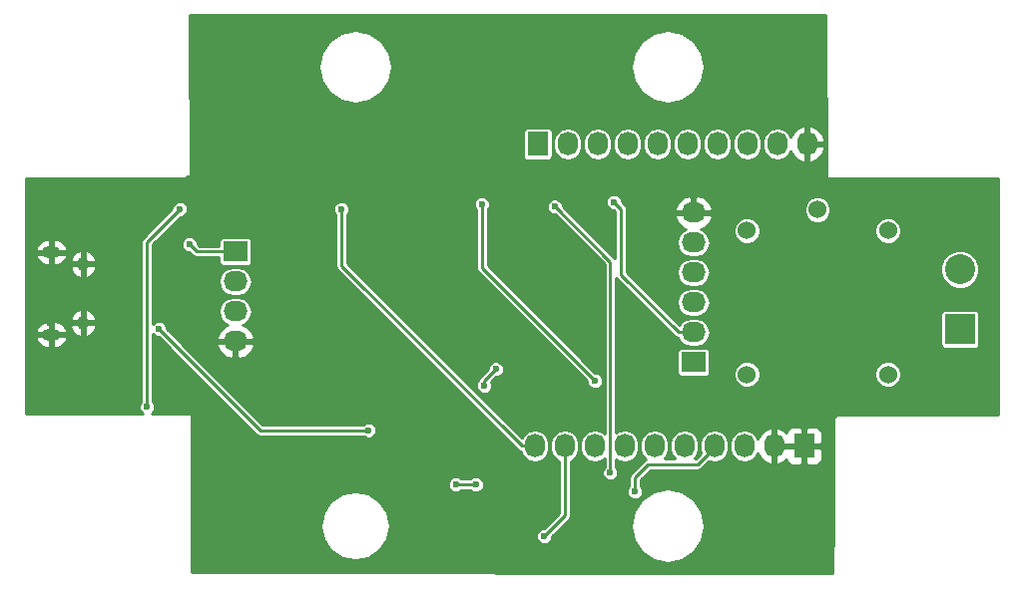
<source format=gbr>
G04 #@! TF.FileFunction,Copper,L2,Bot,Signal*
%FSLAX46Y46*%
G04 Gerber Fmt 4.6, Leading zero omitted, Abs format (unit mm)*
G04 Created by KiCad (PCBNEW 4.0.2-4+6225~38~ubuntu15.10.1-stable) date Sat 09 Apr 2016 11:14:47 AM CDT*
%MOMM*%
G01*
G04 APERTURE LIST*
%ADD10C,0.100000*%
%ADD11R,1.727200X2.032000*%
%ADD12O,1.727200X2.032000*%
%ADD13R,2.032000X1.727200*%
%ADD14O,2.032000X1.727200*%
%ADD15O,0.950000X1.250000*%
%ADD16O,1.550000X1.000000*%
%ADD17R,2.540000X2.540000*%
%ADD18C,2.540000*%
%ADD19C,1.524000*%
%ADD20C,0.600000*%
%ADD21C,0.250000*%
G04 APERTURE END LIST*
D10*
D11*
X174200000Y-81814000D03*
D12*
X171660000Y-81814000D03*
X169120000Y-81814000D03*
X166580000Y-81814000D03*
X164040000Y-81814000D03*
X161500000Y-81814000D03*
X158960000Y-81814000D03*
X156420000Y-81814000D03*
X153880000Y-81814000D03*
X151340000Y-81814000D03*
D13*
X164802000Y-74702000D03*
D14*
X164802000Y-72162000D03*
X164802000Y-69622000D03*
X164802000Y-67082000D03*
X164802000Y-64542000D03*
X164802000Y-62002000D03*
D11*
X151594000Y-56160000D03*
D12*
X154134000Y-56160000D03*
X156674000Y-56160000D03*
X159214000Y-56160000D03*
X161754000Y-56160000D03*
X164294000Y-56160000D03*
X166834000Y-56160000D03*
X169374000Y-56160000D03*
X171914000Y-56160000D03*
X174454000Y-56160000D03*
D15*
X113024540Y-66359100D03*
X113024540Y-71359100D03*
D16*
X110324540Y-65359100D03*
X110324540Y-72359100D03*
D17*
X187408000Y-71908000D03*
D18*
X187408000Y-66828000D03*
D19*
X181312000Y-63526000D03*
X181312000Y-75726000D03*
X169312000Y-75726000D03*
X169312000Y-63526000D03*
X175312000Y-61726000D03*
D13*
X125940000Y-65304000D03*
D14*
X125940000Y-67844000D03*
X125940000Y-70384000D03*
X125940000Y-72924000D03*
D20*
X123740000Y-87580000D03*
X159240000Y-50480000D03*
X171040000Y-51280000D03*
X149040000Y-61280000D03*
X147840000Y-59880000D03*
X155640000Y-61480000D03*
X162140000Y-77980000D03*
X161040000Y-76680000D03*
X170440000Y-89980000D03*
X137840000Y-83980000D03*
X140840000Y-90080000D03*
X115040000Y-78480000D03*
X117440000Y-64880000D03*
X120110000Y-61820000D03*
X114510000Y-71400000D03*
X110192000Y-71400000D03*
X125940000Y-59462000D03*
X112224000Y-60986000D03*
X119082000Y-70638000D03*
X120098000Y-73432000D03*
X153040000Y-61480000D03*
X157740000Y-84080000D03*
X122040000Y-64680000D03*
X148040000Y-75280000D03*
X147040000Y-76680000D03*
X159840000Y-85680000D03*
X156440000Y-76280000D03*
X146840000Y-61280000D03*
X118440000Y-78480000D03*
X121240000Y-61680000D03*
X134940000Y-61680000D03*
X158040000Y-61080000D03*
X152140000Y-89480000D03*
X146340000Y-85080000D03*
X144640000Y-85080000D03*
X137240000Y-80480000D03*
X119440000Y-71880000D03*
D21*
X157740000Y-84080000D02*
X157740000Y-66180000D01*
X157740000Y-66180000D02*
X153040000Y-61480000D01*
X164802000Y-67082000D02*
X164954400Y-67082000D01*
X169374000Y-56312400D02*
X169374000Y-56160000D01*
X122040000Y-64680000D02*
X122664000Y-65304000D01*
X122664000Y-65304000D02*
X125940000Y-65304000D01*
X147040000Y-76280000D02*
X147040000Y-76680000D01*
X148040000Y-75280000D02*
X147040000Y-76280000D01*
X160940000Y-83380000D02*
X165166400Y-83380000D01*
X165166400Y-83380000D02*
X166580000Y-81966400D01*
X166580000Y-81966400D02*
X166580000Y-81814000D01*
X159840000Y-84480000D02*
X160940000Y-83380000D01*
X159840000Y-85680000D02*
X159840000Y-84480000D01*
X146840000Y-61280000D02*
X146840000Y-66680000D01*
X146840000Y-66680000D02*
X156440000Y-76280000D01*
X118440000Y-64480000D02*
X118440000Y-78480000D01*
X121240000Y-61680000D02*
X118440000Y-64480000D01*
X134940000Y-61680000D02*
X134940000Y-66527600D01*
X134940000Y-66527600D02*
X150226400Y-81814000D01*
X150226400Y-81814000D02*
X151340000Y-81814000D01*
X158640000Y-67266000D02*
X158640000Y-61680000D01*
X158640000Y-61680000D02*
X158040000Y-61080000D01*
X164802000Y-72162000D02*
X163536000Y-72162000D01*
X163536000Y-72162000D02*
X158640000Y-67266000D01*
X164802000Y-72162000D02*
X164649600Y-72162000D01*
X152140000Y-89480000D02*
X153880000Y-87740000D01*
X153880000Y-87740000D02*
X153880000Y-81814000D01*
X144640000Y-85080000D02*
X146340000Y-85080000D01*
X119440000Y-71880000D02*
X128040000Y-80480000D01*
X128040000Y-80480000D02*
X137240000Y-80480000D01*
G36*
X176115003Y-58980899D02*
X176125201Y-59029459D01*
X176153488Y-59070226D01*
X176195407Y-59096775D01*
X176240595Y-59104999D01*
X187790384Y-59050000D01*
X190650000Y-59050000D01*
X190650000Y-79150000D01*
X177100000Y-79150000D01*
X176927792Y-79184254D01*
X176814049Y-79260255D01*
X176791368Y-79264848D01*
X176750399Y-79292841D01*
X176723549Y-79334568D01*
X176715003Y-79379067D01*
X176714983Y-79381804D01*
X176684254Y-79427792D01*
X176650000Y-79600000D01*
X176650000Y-88089506D01*
X176615967Y-92650000D01*
X174010397Y-92650000D01*
X122265000Y-92555229D01*
X122265000Y-88600000D01*
X133150000Y-88600000D01*
X133374555Y-89728916D01*
X134014035Y-90685965D01*
X134971084Y-91325445D01*
X136100000Y-91550000D01*
X137228916Y-91325445D01*
X138185965Y-90685965D01*
X138825445Y-89728916D01*
X138848367Y-89613677D01*
X151464883Y-89613677D01*
X151567429Y-89861857D01*
X151757144Y-90051903D01*
X152005145Y-90154883D01*
X152273677Y-90155117D01*
X152521857Y-90052571D01*
X152711903Y-89862856D01*
X152814883Y-89614855D01*
X152814973Y-89512134D01*
X153727107Y-88600000D01*
X159457418Y-88600000D01*
X159696633Y-89802614D01*
X160377859Y-90822141D01*
X161397386Y-91503367D01*
X162600000Y-91742582D01*
X163802614Y-91503367D01*
X164822141Y-90822141D01*
X165503367Y-89802614D01*
X165742582Y-88600000D01*
X165503367Y-87397386D01*
X164822141Y-86377859D01*
X163802614Y-85696633D01*
X162600000Y-85457418D01*
X161397386Y-85696633D01*
X160377859Y-86377859D01*
X159696633Y-87397386D01*
X159457418Y-88600000D01*
X153727107Y-88600000D01*
X154233554Y-88093553D01*
X154298526Y-87996314D01*
X154341940Y-87931342D01*
X154380000Y-87740000D01*
X154380000Y-85813677D01*
X159164883Y-85813677D01*
X159267429Y-86061857D01*
X159457144Y-86251903D01*
X159705145Y-86354883D01*
X159973677Y-86355117D01*
X160221857Y-86252571D01*
X160411903Y-86062856D01*
X160514883Y-85814855D01*
X160515117Y-85546323D01*
X160412571Y-85298143D01*
X160340000Y-85225445D01*
X160340000Y-84687106D01*
X161147106Y-83880000D01*
X165166400Y-83880000D01*
X165357742Y-83841940D01*
X165519953Y-83733553D01*
X166113957Y-83139549D01*
X166580000Y-83232251D01*
X167053992Y-83137968D01*
X167455822Y-82869473D01*
X167724317Y-82467643D01*
X167818600Y-81993651D01*
X167818600Y-81634349D01*
X167881400Y-81634349D01*
X167881400Y-81993651D01*
X167975683Y-82467643D01*
X168244178Y-82869473D01*
X168646008Y-83137968D01*
X169120000Y-83232251D01*
X169593992Y-83137968D01*
X169995822Y-82869473D01*
X170264317Y-82467643D01*
X170269650Y-82440834D01*
X170370854Y-82728945D01*
X170760798Y-83164235D01*
X171287637Y-83417165D01*
X171299340Y-83418893D01*
X171531000Y-83298519D01*
X171531000Y-81943000D01*
X171789000Y-81943000D01*
X171789000Y-83298519D01*
X172020660Y-83418893D01*
X172032363Y-83417165D01*
X172559202Y-83164235D01*
X172716814Y-82988295D01*
X172799768Y-83188565D01*
X172977834Y-83366631D01*
X173210488Y-83463000D01*
X173912750Y-83463000D01*
X174071000Y-83304750D01*
X174071000Y-81943000D01*
X174329000Y-81943000D01*
X174329000Y-83304750D01*
X174487250Y-83463000D01*
X175189512Y-83463000D01*
X175422166Y-83366631D01*
X175600232Y-83188565D01*
X175696600Y-82955911D01*
X175696600Y-82101250D01*
X175538350Y-81943000D01*
X174329000Y-81943000D01*
X174071000Y-81943000D01*
X171789000Y-81943000D01*
X171531000Y-81943000D01*
X171511000Y-81943000D01*
X171511000Y-81685000D01*
X171531000Y-81685000D01*
X171531000Y-80329481D01*
X171789000Y-80329481D01*
X171789000Y-81685000D01*
X174071000Y-81685000D01*
X174071000Y-80323250D01*
X174329000Y-80323250D01*
X174329000Y-81685000D01*
X175538350Y-81685000D01*
X175696600Y-81526750D01*
X175696600Y-80672089D01*
X175600232Y-80439435D01*
X175422166Y-80261369D01*
X175189512Y-80165000D01*
X174487250Y-80165000D01*
X174329000Y-80323250D01*
X174071000Y-80323250D01*
X173912750Y-80165000D01*
X173210488Y-80165000D01*
X172977834Y-80261369D01*
X172799768Y-80439435D01*
X172716814Y-80639705D01*
X172559202Y-80463765D01*
X172032363Y-80210835D01*
X172020660Y-80209107D01*
X171789000Y-80329481D01*
X171531000Y-80329481D01*
X171299340Y-80209107D01*
X171287637Y-80210835D01*
X170760798Y-80463765D01*
X170370854Y-80899055D01*
X170269650Y-81187166D01*
X170264317Y-81160357D01*
X169995822Y-80758527D01*
X169593992Y-80490032D01*
X169120000Y-80395749D01*
X168646008Y-80490032D01*
X168244178Y-80758527D01*
X167975683Y-81160357D01*
X167881400Y-81634349D01*
X167818600Y-81634349D01*
X167724317Y-81160357D01*
X167455822Y-80758527D01*
X167053992Y-80490032D01*
X166580000Y-80395749D01*
X166106008Y-80490032D01*
X165704178Y-80758527D01*
X165435683Y-81160357D01*
X165341400Y-81634349D01*
X165341400Y-81993651D01*
X165425059Y-82414234D01*
X164959294Y-82880000D01*
X164900067Y-82880000D01*
X164915822Y-82869473D01*
X165184317Y-82467643D01*
X165278600Y-81993651D01*
X165278600Y-81634349D01*
X165184317Y-81160357D01*
X164915822Y-80758527D01*
X164513992Y-80490032D01*
X164040000Y-80395749D01*
X163566008Y-80490032D01*
X163164178Y-80758527D01*
X162895683Y-81160357D01*
X162801400Y-81634349D01*
X162801400Y-81993651D01*
X162895683Y-82467643D01*
X163164178Y-82869473D01*
X163179933Y-82880000D01*
X162360067Y-82880000D01*
X162375822Y-82869473D01*
X162644317Y-82467643D01*
X162738600Y-81993651D01*
X162738600Y-81634349D01*
X162644317Y-81160357D01*
X162375822Y-80758527D01*
X161973992Y-80490032D01*
X161500000Y-80395749D01*
X161026008Y-80490032D01*
X160624178Y-80758527D01*
X160355683Y-81160357D01*
X160261400Y-81634349D01*
X160261400Y-81993651D01*
X160355683Y-82467643D01*
X160624178Y-82869473D01*
X160722776Y-82935354D01*
X160586447Y-83026447D01*
X159486447Y-84126447D01*
X159378060Y-84288658D01*
X159340000Y-84480000D01*
X159340000Y-85225366D01*
X159268097Y-85297144D01*
X159165117Y-85545145D01*
X159164883Y-85813677D01*
X154380000Y-85813677D01*
X154380000Y-83120590D01*
X154755822Y-82869473D01*
X155024317Y-82467643D01*
X155118600Y-81993651D01*
X155118600Y-81634349D01*
X155024317Y-81160357D01*
X154755822Y-80758527D01*
X154353992Y-80490032D01*
X153880000Y-80395749D01*
X153406008Y-80490032D01*
X153004178Y-80758527D01*
X152735683Y-81160357D01*
X152641400Y-81634349D01*
X152641400Y-81993651D01*
X152735683Y-82467643D01*
X153004178Y-82869473D01*
X153380000Y-83120590D01*
X153380000Y-87532893D01*
X152107922Y-88804972D01*
X152006323Y-88804883D01*
X151758143Y-88907429D01*
X151568097Y-89097144D01*
X151465117Y-89345145D01*
X151464883Y-89613677D01*
X138848367Y-89613677D01*
X139050000Y-88600000D01*
X138825445Y-87471084D01*
X138185965Y-86514035D01*
X137228916Y-85874555D01*
X136100000Y-85650000D01*
X134971084Y-85874555D01*
X134014035Y-86514035D01*
X133374555Y-87471084D01*
X133150000Y-88600000D01*
X122265000Y-88600000D01*
X122265000Y-85213677D01*
X143964883Y-85213677D01*
X144067429Y-85461857D01*
X144257144Y-85651903D01*
X144505145Y-85754883D01*
X144773677Y-85755117D01*
X145021857Y-85652571D01*
X145094555Y-85580000D01*
X145885366Y-85580000D01*
X145957144Y-85651903D01*
X146205145Y-85754883D01*
X146473677Y-85755117D01*
X146721857Y-85652571D01*
X146911903Y-85462856D01*
X147014883Y-85214855D01*
X147015117Y-84946323D01*
X146912571Y-84698143D01*
X146722856Y-84508097D01*
X146474855Y-84405117D01*
X146206323Y-84404883D01*
X145958143Y-84507429D01*
X145885445Y-84580000D01*
X145094634Y-84580000D01*
X145022856Y-84508097D01*
X144774855Y-84405117D01*
X144506323Y-84404883D01*
X144258143Y-84507429D01*
X144068097Y-84697144D01*
X143965117Y-84945145D01*
X143964883Y-85213677D01*
X122265000Y-85213677D01*
X122265000Y-79180000D01*
X122255152Y-79131368D01*
X122227159Y-79090399D01*
X122185432Y-79063549D01*
X122139911Y-79055000D01*
X118810263Y-79057361D01*
X118821857Y-79052571D01*
X119011903Y-78862856D01*
X119114883Y-78614855D01*
X119115117Y-78346323D01*
X119012571Y-78098143D01*
X118940000Y-78025445D01*
X118940000Y-72334555D01*
X119057144Y-72451903D01*
X119305145Y-72554883D01*
X119407866Y-72554973D01*
X127686447Y-80833554D01*
X127783686Y-80898526D01*
X127848658Y-80941940D01*
X128040000Y-80980000D01*
X136785366Y-80980000D01*
X136857144Y-81051903D01*
X137105145Y-81154883D01*
X137373677Y-81155117D01*
X137621857Y-81052571D01*
X137811903Y-80862856D01*
X137914883Y-80614855D01*
X137915117Y-80346323D01*
X137812571Y-80098143D01*
X137622856Y-79908097D01*
X137374855Y-79805117D01*
X137106323Y-79804883D01*
X136858143Y-79907429D01*
X136785445Y-79980000D01*
X128247107Y-79980000D01*
X121551767Y-73284660D01*
X124335107Y-73284660D01*
X124336835Y-73296363D01*
X124589765Y-73823202D01*
X125025055Y-74213146D01*
X125576435Y-74406829D01*
X125811000Y-74263356D01*
X125811000Y-73053000D01*
X126069000Y-73053000D01*
X126069000Y-74263356D01*
X126303565Y-74406829D01*
X126854945Y-74213146D01*
X127290235Y-73823202D01*
X127543165Y-73296363D01*
X127544893Y-73284660D01*
X127424519Y-73053000D01*
X126069000Y-73053000D01*
X125811000Y-73053000D01*
X124455481Y-73053000D01*
X124335107Y-73284660D01*
X121551767Y-73284660D01*
X120830447Y-72563340D01*
X124335107Y-72563340D01*
X124455481Y-72795000D01*
X125811000Y-72795000D01*
X125811000Y-72775000D01*
X126069000Y-72775000D01*
X126069000Y-72795000D01*
X127424519Y-72795000D01*
X127544893Y-72563340D01*
X127543165Y-72551637D01*
X127290235Y-72024798D01*
X126854945Y-71634854D01*
X126566834Y-71533650D01*
X126593643Y-71528317D01*
X126995473Y-71259822D01*
X127263968Y-70857992D01*
X127358251Y-70384000D01*
X127263968Y-69910008D01*
X126995473Y-69508178D01*
X126593643Y-69239683D01*
X126119651Y-69145400D01*
X125760349Y-69145400D01*
X125286357Y-69239683D01*
X124884527Y-69508178D01*
X124616032Y-69910008D01*
X124521749Y-70384000D01*
X124616032Y-70857992D01*
X124884527Y-71259822D01*
X125286357Y-71528317D01*
X125313166Y-71533650D01*
X125025055Y-71634854D01*
X124589765Y-72024798D01*
X124336835Y-72551637D01*
X124335107Y-72563340D01*
X120830447Y-72563340D01*
X120115028Y-71847922D01*
X120115117Y-71746323D01*
X120012571Y-71498143D01*
X119822856Y-71308097D01*
X119574855Y-71205117D01*
X119306323Y-71204883D01*
X119058143Y-71307429D01*
X118940000Y-71425366D01*
X118940000Y-67844000D01*
X124521749Y-67844000D01*
X124616032Y-68317992D01*
X124884527Y-68719822D01*
X125286357Y-68988317D01*
X125760349Y-69082600D01*
X126119651Y-69082600D01*
X126593643Y-68988317D01*
X126995473Y-68719822D01*
X127263968Y-68317992D01*
X127358251Y-67844000D01*
X127263968Y-67370008D01*
X126995473Y-66968178D01*
X126593643Y-66699683D01*
X126119651Y-66605400D01*
X125760349Y-66605400D01*
X125286357Y-66699683D01*
X124884527Y-66968178D01*
X124616032Y-67370008D01*
X124521749Y-67844000D01*
X118940000Y-67844000D01*
X118940000Y-64813677D01*
X121364883Y-64813677D01*
X121467429Y-65061857D01*
X121657144Y-65251903D01*
X121905145Y-65354883D01*
X122007866Y-65354973D01*
X122310446Y-65657553D01*
X122401001Y-65718060D01*
X122472658Y-65765940D01*
X122664000Y-65804000D01*
X124541654Y-65804000D01*
X124541654Y-66167600D01*
X124567802Y-66306566D01*
X124649931Y-66434199D01*
X124775246Y-66519823D01*
X124924000Y-66549946D01*
X126956000Y-66549946D01*
X127094966Y-66523798D01*
X127222599Y-66441669D01*
X127308223Y-66316354D01*
X127338346Y-66167600D01*
X127338346Y-64440400D01*
X127312198Y-64301434D01*
X127230069Y-64173801D01*
X127104754Y-64088177D01*
X126956000Y-64058054D01*
X124924000Y-64058054D01*
X124785034Y-64084202D01*
X124657401Y-64166331D01*
X124571777Y-64291646D01*
X124541654Y-64440400D01*
X124541654Y-64804000D01*
X122871107Y-64804000D01*
X122715028Y-64647922D01*
X122715117Y-64546323D01*
X122612571Y-64298143D01*
X122422856Y-64108097D01*
X122174855Y-64005117D01*
X121906323Y-64004883D01*
X121658143Y-64107429D01*
X121468097Y-64297144D01*
X121365117Y-64545145D01*
X121364883Y-64813677D01*
X118940000Y-64813677D01*
X118940000Y-64687106D01*
X121272078Y-62355028D01*
X121373677Y-62355117D01*
X121621857Y-62252571D01*
X121811903Y-62062856D01*
X121914883Y-61814855D01*
X121914884Y-61813677D01*
X134264883Y-61813677D01*
X134367429Y-62061857D01*
X134440000Y-62134555D01*
X134440000Y-66527600D01*
X134466710Y-66661879D01*
X134478060Y-66718942D01*
X134586447Y-66881153D01*
X149872846Y-82167553D01*
X150035058Y-82275940D01*
X150162597Y-82301309D01*
X150195683Y-82467643D01*
X150464178Y-82869473D01*
X150866008Y-83137968D01*
X151340000Y-83232251D01*
X151813992Y-83137968D01*
X152215822Y-82869473D01*
X152484317Y-82467643D01*
X152578600Y-81993651D01*
X152578600Y-81634349D01*
X152484317Y-81160357D01*
X152215822Y-80758527D01*
X151813992Y-80490032D01*
X151340000Y-80395749D01*
X150866008Y-80490032D01*
X150464178Y-80758527D01*
X150229401Y-81109894D01*
X145933184Y-76813677D01*
X146364883Y-76813677D01*
X146467429Y-77061857D01*
X146657144Y-77251903D01*
X146905145Y-77354883D01*
X147173677Y-77355117D01*
X147421857Y-77252571D01*
X147611903Y-77062856D01*
X147714883Y-76814855D01*
X147715117Y-76546323D01*
X147646602Y-76380504D01*
X148072078Y-75955028D01*
X148173677Y-75955117D01*
X148421857Y-75852571D01*
X148611903Y-75662856D01*
X148714883Y-75414855D01*
X148715117Y-75146323D01*
X148612571Y-74898143D01*
X148422856Y-74708097D01*
X148174855Y-74605117D01*
X147906323Y-74604883D01*
X147658143Y-74707429D01*
X147468097Y-74897144D01*
X147365117Y-75145145D01*
X147365027Y-75247866D01*
X146686448Y-75926446D01*
X146686447Y-75926447D01*
X146578060Y-76088658D01*
X146553560Y-76211830D01*
X146468097Y-76297144D01*
X146365117Y-76545145D01*
X146364883Y-76813677D01*
X145933184Y-76813677D01*
X135440000Y-66320494D01*
X135440000Y-62134634D01*
X135511903Y-62062856D01*
X135614883Y-61814855D01*
X135615117Y-61546323D01*
X135560309Y-61413677D01*
X146164883Y-61413677D01*
X146267429Y-61661857D01*
X146340000Y-61734555D01*
X146340000Y-66680000D01*
X146349637Y-66728447D01*
X146378060Y-66871342D01*
X146486447Y-67033553D01*
X155764972Y-76312078D01*
X155764883Y-76413677D01*
X155867429Y-76661857D01*
X156057144Y-76851903D01*
X156305145Y-76954883D01*
X156573677Y-76955117D01*
X156821857Y-76852571D01*
X157011903Y-76662856D01*
X157114883Y-76414855D01*
X157115117Y-76146323D01*
X157012571Y-75898143D01*
X156822856Y-75708097D01*
X156574855Y-75605117D01*
X156472134Y-75605027D01*
X147340000Y-66472894D01*
X147340000Y-61734634D01*
X147411903Y-61662856D01*
X147432324Y-61613677D01*
X152364883Y-61613677D01*
X152467429Y-61861857D01*
X152657144Y-62051903D01*
X152905145Y-62154883D01*
X153007866Y-62154973D01*
X157240000Y-66387107D01*
X157240000Y-80721228D01*
X156893992Y-80490032D01*
X156420000Y-80395749D01*
X155946008Y-80490032D01*
X155544178Y-80758527D01*
X155275683Y-81160357D01*
X155181400Y-81634349D01*
X155181400Y-81993651D01*
X155275683Y-82467643D01*
X155544178Y-82869473D01*
X155946008Y-83137968D01*
X156420000Y-83232251D01*
X156893992Y-83137968D01*
X157240000Y-82906772D01*
X157240000Y-83625366D01*
X157168097Y-83697144D01*
X157065117Y-83945145D01*
X157064883Y-84213677D01*
X157167429Y-84461857D01*
X157357144Y-84651903D01*
X157605145Y-84754883D01*
X157873677Y-84755117D01*
X158121857Y-84652571D01*
X158311903Y-84462856D01*
X158414883Y-84214855D01*
X158415117Y-83946323D01*
X158312571Y-83698143D01*
X158240000Y-83625445D01*
X158240000Y-82973590D01*
X158486008Y-83137968D01*
X158960000Y-83232251D01*
X159433992Y-83137968D01*
X159835822Y-82869473D01*
X160104317Y-82467643D01*
X160198600Y-81993651D01*
X160198600Y-81634349D01*
X160104317Y-81160357D01*
X159835822Y-80758527D01*
X159433992Y-80490032D01*
X158960000Y-80395749D01*
X158486008Y-80490032D01*
X158240000Y-80654410D01*
X158240000Y-75951171D01*
X168174803Y-75951171D01*
X168347536Y-76369217D01*
X168667100Y-76689340D01*
X169084845Y-76862802D01*
X169537171Y-76863197D01*
X169955217Y-76690464D01*
X170275340Y-76370900D01*
X170448802Y-75953155D01*
X170448803Y-75951171D01*
X180174803Y-75951171D01*
X180347536Y-76369217D01*
X180667100Y-76689340D01*
X181084845Y-76862802D01*
X181537171Y-76863197D01*
X181955217Y-76690464D01*
X182275340Y-76370900D01*
X182448802Y-75953155D01*
X182449197Y-75500829D01*
X182276464Y-75082783D01*
X181956900Y-74762660D01*
X181539155Y-74589198D01*
X181086829Y-74588803D01*
X180668783Y-74761536D01*
X180348660Y-75081100D01*
X180175198Y-75498845D01*
X180174803Y-75951171D01*
X170448803Y-75951171D01*
X170449197Y-75500829D01*
X170276464Y-75082783D01*
X169956900Y-74762660D01*
X169539155Y-74589198D01*
X169086829Y-74588803D01*
X168668783Y-74761536D01*
X168348660Y-75081100D01*
X168175198Y-75498845D01*
X168174803Y-75951171D01*
X158240000Y-75951171D01*
X158240000Y-73838400D01*
X163403654Y-73838400D01*
X163403654Y-75565600D01*
X163429802Y-75704566D01*
X163511931Y-75832199D01*
X163637246Y-75917823D01*
X163786000Y-75947946D01*
X165818000Y-75947946D01*
X165956966Y-75921798D01*
X166084599Y-75839669D01*
X166170223Y-75714354D01*
X166200346Y-75565600D01*
X166200346Y-73838400D01*
X166174198Y-73699434D01*
X166092069Y-73571801D01*
X165966754Y-73486177D01*
X165818000Y-73456054D01*
X163786000Y-73456054D01*
X163647034Y-73482202D01*
X163519401Y-73564331D01*
X163433777Y-73689646D01*
X163403654Y-73838400D01*
X158240000Y-73838400D01*
X158240000Y-67550041D01*
X158286447Y-67619553D01*
X163182447Y-72515554D01*
X163272666Y-72575836D01*
X163344658Y-72623940D01*
X163489188Y-72652689D01*
X163746527Y-73037822D01*
X164148357Y-73306317D01*
X164622349Y-73400600D01*
X164981651Y-73400600D01*
X165455643Y-73306317D01*
X165857473Y-73037822D01*
X166125968Y-72635992D01*
X166220251Y-72162000D01*
X166125968Y-71688008D01*
X165857473Y-71286178D01*
X165455643Y-71017683D01*
X164981651Y-70923400D01*
X164622349Y-70923400D01*
X164148357Y-71017683D01*
X163746527Y-71286178D01*
X163594624Y-71513517D01*
X161703107Y-69622000D01*
X163383749Y-69622000D01*
X163478032Y-70095992D01*
X163746527Y-70497822D01*
X164148357Y-70766317D01*
X164622349Y-70860600D01*
X164981651Y-70860600D01*
X165455643Y-70766317D01*
X165647682Y-70638000D01*
X185755654Y-70638000D01*
X185755654Y-73178000D01*
X185781802Y-73316966D01*
X185863931Y-73444599D01*
X185989246Y-73530223D01*
X186138000Y-73560346D01*
X188678000Y-73560346D01*
X188816966Y-73534198D01*
X188944599Y-73452069D01*
X189030223Y-73326754D01*
X189060346Y-73178000D01*
X189060346Y-70638000D01*
X189034198Y-70499034D01*
X188952069Y-70371401D01*
X188826754Y-70285777D01*
X188678000Y-70255654D01*
X186138000Y-70255654D01*
X185999034Y-70281802D01*
X185871401Y-70363931D01*
X185785777Y-70489246D01*
X185755654Y-70638000D01*
X165647682Y-70638000D01*
X165857473Y-70497822D01*
X166125968Y-70095992D01*
X166220251Y-69622000D01*
X166125968Y-69148008D01*
X165857473Y-68746178D01*
X165455643Y-68477683D01*
X164981651Y-68383400D01*
X164622349Y-68383400D01*
X164148357Y-68477683D01*
X163746527Y-68746178D01*
X163478032Y-69148008D01*
X163383749Y-69622000D01*
X161703107Y-69622000D01*
X159163107Y-67082000D01*
X163383749Y-67082000D01*
X163478032Y-67555992D01*
X163746527Y-67957822D01*
X164148357Y-68226317D01*
X164622349Y-68320600D01*
X164981651Y-68320600D01*
X165455643Y-68226317D01*
X165857473Y-67957822D01*
X166125968Y-67555992D01*
X166205974Y-67153775D01*
X185762716Y-67153775D01*
X186012624Y-67758600D01*
X186474966Y-68221750D01*
X187079354Y-68472713D01*
X187733775Y-68473284D01*
X188338600Y-68223376D01*
X188801750Y-67761034D01*
X189052713Y-67156646D01*
X189053284Y-66502225D01*
X188803376Y-65897400D01*
X188341034Y-65434250D01*
X187736646Y-65183287D01*
X187082225Y-65182716D01*
X186477400Y-65432624D01*
X186014250Y-65894966D01*
X185763287Y-66499354D01*
X185762716Y-67153775D01*
X166205974Y-67153775D01*
X166220251Y-67082000D01*
X166125968Y-66608008D01*
X165857473Y-66206178D01*
X165455643Y-65937683D01*
X164981651Y-65843400D01*
X164622349Y-65843400D01*
X164148357Y-65937683D01*
X163746527Y-66206178D01*
X163478032Y-66608008D01*
X163383749Y-67082000D01*
X159163107Y-67082000D01*
X159140000Y-67058894D01*
X159140000Y-62362660D01*
X163197107Y-62362660D01*
X163198835Y-62374363D01*
X163451765Y-62901202D01*
X163887055Y-63291146D01*
X164175166Y-63392350D01*
X164148357Y-63397683D01*
X163746527Y-63666178D01*
X163478032Y-64068008D01*
X163383749Y-64542000D01*
X163478032Y-65015992D01*
X163746527Y-65417822D01*
X164148357Y-65686317D01*
X164622349Y-65780600D01*
X164981651Y-65780600D01*
X165455643Y-65686317D01*
X165857473Y-65417822D01*
X166125968Y-65015992D01*
X166220251Y-64542000D01*
X166125968Y-64068008D01*
X165914264Y-63751171D01*
X168174803Y-63751171D01*
X168347536Y-64169217D01*
X168667100Y-64489340D01*
X169084845Y-64662802D01*
X169537171Y-64663197D01*
X169955217Y-64490464D01*
X170275340Y-64170900D01*
X170448802Y-63753155D01*
X170448803Y-63751171D01*
X180174803Y-63751171D01*
X180347536Y-64169217D01*
X180667100Y-64489340D01*
X181084845Y-64662802D01*
X181537171Y-64663197D01*
X181955217Y-64490464D01*
X182275340Y-64170900D01*
X182448802Y-63753155D01*
X182449197Y-63300829D01*
X182276464Y-62882783D01*
X181956900Y-62562660D01*
X181539155Y-62389198D01*
X181086829Y-62388803D01*
X180668783Y-62561536D01*
X180348660Y-62881100D01*
X180175198Y-63298845D01*
X180174803Y-63751171D01*
X170448803Y-63751171D01*
X170449197Y-63300829D01*
X170276464Y-62882783D01*
X169956900Y-62562660D01*
X169539155Y-62389198D01*
X169086829Y-62388803D01*
X168668783Y-62561536D01*
X168348660Y-62881100D01*
X168175198Y-63298845D01*
X168174803Y-63751171D01*
X165914264Y-63751171D01*
X165857473Y-63666178D01*
X165455643Y-63397683D01*
X165428834Y-63392350D01*
X165716945Y-63291146D01*
X166152235Y-62901202D01*
X166405165Y-62374363D01*
X166406893Y-62362660D01*
X166286519Y-62131000D01*
X164931000Y-62131000D01*
X164931000Y-62151000D01*
X164673000Y-62151000D01*
X164673000Y-62131000D01*
X163317481Y-62131000D01*
X163197107Y-62362660D01*
X159140000Y-62362660D01*
X159140000Y-61951171D01*
X174174803Y-61951171D01*
X174347536Y-62369217D01*
X174667100Y-62689340D01*
X175084845Y-62862802D01*
X175537171Y-62863197D01*
X175955217Y-62690464D01*
X176275340Y-62370900D01*
X176448802Y-61953155D01*
X176449197Y-61500829D01*
X176276464Y-61082783D01*
X175956900Y-60762660D01*
X175539155Y-60589198D01*
X175086829Y-60588803D01*
X174668783Y-60761536D01*
X174348660Y-61081100D01*
X174175198Y-61498845D01*
X174174803Y-61951171D01*
X159140000Y-61951171D01*
X159140000Y-61680000D01*
X159132311Y-61641340D01*
X163197107Y-61641340D01*
X163317481Y-61873000D01*
X164673000Y-61873000D01*
X164673000Y-60662644D01*
X164931000Y-60662644D01*
X164931000Y-61873000D01*
X166286519Y-61873000D01*
X166406893Y-61641340D01*
X166405165Y-61629637D01*
X166152235Y-61102798D01*
X165716945Y-60712854D01*
X165165565Y-60519171D01*
X164931000Y-60662644D01*
X164673000Y-60662644D01*
X164438435Y-60519171D01*
X163887055Y-60712854D01*
X163451765Y-61102798D01*
X163198835Y-61629637D01*
X163197107Y-61641340D01*
X159132311Y-61641340D01*
X159101940Y-61488658D01*
X158993553Y-61326447D01*
X158715028Y-61047922D01*
X158715117Y-60946323D01*
X158612571Y-60698143D01*
X158422856Y-60508097D01*
X158174855Y-60405117D01*
X157906323Y-60404883D01*
X157658143Y-60507429D01*
X157468097Y-60697144D01*
X157365117Y-60945145D01*
X157364883Y-61213677D01*
X157467429Y-61461857D01*
X157657144Y-61651903D01*
X157905145Y-61754883D01*
X158007867Y-61754973D01*
X158140000Y-61887106D01*
X158140000Y-65895959D01*
X158093554Y-65826447D01*
X153715028Y-61447922D01*
X153715117Y-61346323D01*
X153612571Y-61098143D01*
X153422856Y-60908097D01*
X153174855Y-60805117D01*
X152906323Y-60804883D01*
X152658143Y-60907429D01*
X152468097Y-61097144D01*
X152365117Y-61345145D01*
X152364883Y-61613677D01*
X147432324Y-61613677D01*
X147514883Y-61414855D01*
X147515117Y-61146323D01*
X147412571Y-60898143D01*
X147222856Y-60708097D01*
X146974855Y-60605117D01*
X146706323Y-60604883D01*
X146458143Y-60707429D01*
X146268097Y-60897144D01*
X146165117Y-61145145D01*
X146164883Y-61413677D01*
X135560309Y-61413677D01*
X135512571Y-61298143D01*
X135322856Y-61108097D01*
X135074855Y-61005117D01*
X134806323Y-61004883D01*
X134558143Y-61107429D01*
X134368097Y-61297144D01*
X134265117Y-61545145D01*
X134264883Y-61813677D01*
X121914884Y-61813677D01*
X121915117Y-61546323D01*
X121812571Y-61298143D01*
X121622856Y-61108097D01*
X121374855Y-61005117D01*
X121106323Y-61004883D01*
X120858143Y-61107429D01*
X120668097Y-61297144D01*
X120565117Y-61545145D01*
X120565027Y-61647867D01*
X118086447Y-64126447D01*
X117978060Y-64288658D01*
X117940000Y-64480000D01*
X117940000Y-78025366D01*
X117868097Y-78097144D01*
X117765117Y-78345145D01*
X117764883Y-78613677D01*
X117867429Y-78861857D01*
X118057144Y-79051903D01*
X118071551Y-79057885D01*
X108165000Y-79064911D01*
X108165000Y-72662599D01*
X108957946Y-72662599D01*
X109157171Y-73069035D01*
X109496779Y-73356489D01*
X109920540Y-73492100D01*
X110195540Y-73492100D01*
X110195540Y-72488100D01*
X110453540Y-72488100D01*
X110453540Y-73492100D01*
X110728540Y-73492100D01*
X111152301Y-73356489D01*
X111491909Y-73069035D01*
X111691134Y-72662599D01*
X111565716Y-72488100D01*
X110453540Y-72488100D01*
X110195540Y-72488100D01*
X109083364Y-72488100D01*
X108957946Y-72662599D01*
X108165000Y-72662599D01*
X108165000Y-72055601D01*
X108957946Y-72055601D01*
X109083364Y-72230100D01*
X110195540Y-72230100D01*
X110195540Y-71226100D01*
X110453540Y-71226100D01*
X110453540Y-72230100D01*
X111565716Y-72230100D01*
X111691134Y-72055601D01*
X111498142Y-71661879D01*
X111925691Y-71661879D01*
X112067802Y-72070761D01*
X112355568Y-72394135D01*
X112724978Y-72575836D01*
X112895540Y-72450048D01*
X112895540Y-71488100D01*
X113153540Y-71488100D01*
X113153540Y-72450048D01*
X113324102Y-72575836D01*
X113693512Y-72394135D01*
X113981278Y-72070761D01*
X114123389Y-71661879D01*
X113975510Y-71488100D01*
X113153540Y-71488100D01*
X112895540Y-71488100D01*
X112073570Y-71488100D01*
X111925691Y-71661879D01*
X111498142Y-71661879D01*
X111491909Y-71649165D01*
X111152301Y-71361711D01*
X110728540Y-71226100D01*
X110453540Y-71226100D01*
X110195540Y-71226100D01*
X109920540Y-71226100D01*
X109496779Y-71361711D01*
X109157171Y-71649165D01*
X108957946Y-72055601D01*
X108165000Y-72055601D01*
X108165000Y-71056321D01*
X111925691Y-71056321D01*
X112073570Y-71230100D01*
X112895540Y-71230100D01*
X112895540Y-70268152D01*
X113153540Y-70268152D01*
X113153540Y-71230100D01*
X113975510Y-71230100D01*
X114123389Y-71056321D01*
X113981278Y-70647439D01*
X113693512Y-70324065D01*
X113324102Y-70142364D01*
X113153540Y-70268152D01*
X112895540Y-70268152D01*
X112724978Y-70142364D01*
X112355568Y-70324065D01*
X112067802Y-70647439D01*
X111925691Y-71056321D01*
X108165000Y-71056321D01*
X108165000Y-66661879D01*
X111925691Y-66661879D01*
X112067802Y-67070761D01*
X112355568Y-67394135D01*
X112724978Y-67575836D01*
X112895540Y-67450048D01*
X112895540Y-66488100D01*
X113153540Y-66488100D01*
X113153540Y-67450048D01*
X113324102Y-67575836D01*
X113693512Y-67394135D01*
X113981278Y-67070761D01*
X114123389Y-66661879D01*
X113975510Y-66488100D01*
X113153540Y-66488100D01*
X112895540Y-66488100D01*
X112073570Y-66488100D01*
X111925691Y-66661879D01*
X108165000Y-66661879D01*
X108165000Y-65662599D01*
X108957946Y-65662599D01*
X109157171Y-66069035D01*
X109496779Y-66356489D01*
X109920540Y-66492100D01*
X110195540Y-66492100D01*
X110195540Y-65488100D01*
X110453540Y-65488100D01*
X110453540Y-66492100D01*
X110728540Y-66492100D01*
X111152301Y-66356489D01*
X111491909Y-66069035D01*
X111498141Y-66056321D01*
X111925691Y-66056321D01*
X112073570Y-66230100D01*
X112895540Y-66230100D01*
X112895540Y-65268152D01*
X113153540Y-65268152D01*
X113153540Y-66230100D01*
X113975510Y-66230100D01*
X114123389Y-66056321D01*
X113981278Y-65647439D01*
X113693512Y-65324065D01*
X113324102Y-65142364D01*
X113153540Y-65268152D01*
X112895540Y-65268152D01*
X112724978Y-65142364D01*
X112355568Y-65324065D01*
X112067802Y-65647439D01*
X111925691Y-66056321D01*
X111498141Y-66056321D01*
X111691134Y-65662599D01*
X111565716Y-65488100D01*
X110453540Y-65488100D01*
X110195540Y-65488100D01*
X109083364Y-65488100D01*
X108957946Y-65662599D01*
X108165000Y-65662599D01*
X108165000Y-65055601D01*
X108957946Y-65055601D01*
X109083364Y-65230100D01*
X110195540Y-65230100D01*
X110195540Y-64226100D01*
X110453540Y-64226100D01*
X110453540Y-65230100D01*
X111565716Y-65230100D01*
X111691134Y-65055601D01*
X111491909Y-64649165D01*
X111152301Y-64361711D01*
X110728540Y-64226100D01*
X110453540Y-64226100D01*
X110195540Y-64226100D01*
X109920540Y-64226100D01*
X109496779Y-64361711D01*
X109157171Y-64649165D01*
X108957946Y-65055601D01*
X108165000Y-65055601D01*
X108165000Y-59050000D01*
X121600000Y-59050000D01*
X121772208Y-59015746D01*
X121918198Y-58918198D01*
X121927017Y-58905000D01*
X122040000Y-58905000D01*
X122088632Y-58895152D01*
X122129601Y-58867159D01*
X122156451Y-58825432D01*
X122164997Y-58779088D01*
X122138464Y-55144000D01*
X150348054Y-55144000D01*
X150348054Y-57176000D01*
X150374202Y-57314966D01*
X150456331Y-57442599D01*
X150581646Y-57528223D01*
X150730400Y-57558346D01*
X152457600Y-57558346D01*
X152596566Y-57532198D01*
X152724199Y-57450069D01*
X152809823Y-57324754D01*
X152839946Y-57176000D01*
X152839946Y-55980349D01*
X152895400Y-55980349D01*
X152895400Y-56339651D01*
X152989683Y-56813643D01*
X153258178Y-57215473D01*
X153660008Y-57483968D01*
X154134000Y-57578251D01*
X154607992Y-57483968D01*
X155009822Y-57215473D01*
X155278317Y-56813643D01*
X155372600Y-56339651D01*
X155372600Y-55980349D01*
X155435400Y-55980349D01*
X155435400Y-56339651D01*
X155529683Y-56813643D01*
X155798178Y-57215473D01*
X156200008Y-57483968D01*
X156674000Y-57578251D01*
X157147992Y-57483968D01*
X157549822Y-57215473D01*
X157818317Y-56813643D01*
X157912600Y-56339651D01*
X157912600Y-55980349D01*
X157975400Y-55980349D01*
X157975400Y-56339651D01*
X158069683Y-56813643D01*
X158338178Y-57215473D01*
X158740008Y-57483968D01*
X159214000Y-57578251D01*
X159687992Y-57483968D01*
X160089822Y-57215473D01*
X160358317Y-56813643D01*
X160452600Y-56339651D01*
X160452600Y-55980349D01*
X160515400Y-55980349D01*
X160515400Y-56339651D01*
X160609683Y-56813643D01*
X160878178Y-57215473D01*
X161280008Y-57483968D01*
X161754000Y-57578251D01*
X162227992Y-57483968D01*
X162629822Y-57215473D01*
X162898317Y-56813643D01*
X162992600Y-56339651D01*
X162992600Y-55980349D01*
X163055400Y-55980349D01*
X163055400Y-56339651D01*
X163149683Y-56813643D01*
X163418178Y-57215473D01*
X163820008Y-57483968D01*
X164294000Y-57578251D01*
X164767992Y-57483968D01*
X165169822Y-57215473D01*
X165438317Y-56813643D01*
X165532600Y-56339651D01*
X165532600Y-55980349D01*
X165595400Y-55980349D01*
X165595400Y-56339651D01*
X165689683Y-56813643D01*
X165958178Y-57215473D01*
X166360008Y-57483968D01*
X166834000Y-57578251D01*
X167307992Y-57483968D01*
X167709822Y-57215473D01*
X167978317Y-56813643D01*
X168072600Y-56339651D01*
X168072600Y-55980349D01*
X168135400Y-55980349D01*
X168135400Y-56339651D01*
X168229683Y-56813643D01*
X168498178Y-57215473D01*
X168900008Y-57483968D01*
X169374000Y-57578251D01*
X169847992Y-57483968D01*
X170249822Y-57215473D01*
X170518317Y-56813643D01*
X170612600Y-56339651D01*
X170612600Y-55980349D01*
X170675400Y-55980349D01*
X170675400Y-56339651D01*
X170769683Y-56813643D01*
X171038178Y-57215473D01*
X171440008Y-57483968D01*
X171914000Y-57578251D01*
X172387992Y-57483968D01*
X172789822Y-57215473D01*
X173058317Y-56813643D01*
X173063650Y-56786834D01*
X173164854Y-57074945D01*
X173554798Y-57510235D01*
X174081637Y-57763165D01*
X174093340Y-57764893D01*
X174325000Y-57644519D01*
X174325000Y-56289000D01*
X174583000Y-56289000D01*
X174583000Y-57644519D01*
X174814660Y-57764893D01*
X174826363Y-57763165D01*
X175353202Y-57510235D01*
X175743146Y-57074945D01*
X175936829Y-56523565D01*
X175793356Y-56289000D01*
X174583000Y-56289000D01*
X174325000Y-56289000D01*
X174305000Y-56289000D01*
X174305000Y-56031000D01*
X174325000Y-56031000D01*
X174325000Y-54675481D01*
X174583000Y-54675481D01*
X174583000Y-56031000D01*
X175793356Y-56031000D01*
X175936829Y-55796435D01*
X175743146Y-55245055D01*
X175353202Y-54809765D01*
X174826363Y-54556835D01*
X174814660Y-54555107D01*
X174583000Y-54675481D01*
X174325000Y-54675481D01*
X174093340Y-54555107D01*
X174081637Y-54556835D01*
X173554798Y-54809765D01*
X173164854Y-55245055D01*
X173063650Y-55533166D01*
X173058317Y-55506357D01*
X172789822Y-55104527D01*
X172387992Y-54836032D01*
X171914000Y-54741749D01*
X171440008Y-54836032D01*
X171038178Y-55104527D01*
X170769683Y-55506357D01*
X170675400Y-55980349D01*
X170612600Y-55980349D01*
X170518317Y-55506357D01*
X170249822Y-55104527D01*
X169847992Y-54836032D01*
X169374000Y-54741749D01*
X168900008Y-54836032D01*
X168498178Y-55104527D01*
X168229683Y-55506357D01*
X168135400Y-55980349D01*
X168072600Y-55980349D01*
X167978317Y-55506357D01*
X167709822Y-55104527D01*
X167307992Y-54836032D01*
X166834000Y-54741749D01*
X166360008Y-54836032D01*
X165958178Y-55104527D01*
X165689683Y-55506357D01*
X165595400Y-55980349D01*
X165532600Y-55980349D01*
X165438317Y-55506357D01*
X165169822Y-55104527D01*
X164767992Y-54836032D01*
X164294000Y-54741749D01*
X163820008Y-54836032D01*
X163418178Y-55104527D01*
X163149683Y-55506357D01*
X163055400Y-55980349D01*
X162992600Y-55980349D01*
X162898317Y-55506357D01*
X162629822Y-55104527D01*
X162227992Y-54836032D01*
X161754000Y-54741749D01*
X161280008Y-54836032D01*
X160878178Y-55104527D01*
X160609683Y-55506357D01*
X160515400Y-55980349D01*
X160452600Y-55980349D01*
X160358317Y-55506357D01*
X160089822Y-55104527D01*
X159687992Y-54836032D01*
X159214000Y-54741749D01*
X158740008Y-54836032D01*
X158338178Y-55104527D01*
X158069683Y-55506357D01*
X157975400Y-55980349D01*
X157912600Y-55980349D01*
X157818317Y-55506357D01*
X157549822Y-55104527D01*
X157147992Y-54836032D01*
X156674000Y-54741749D01*
X156200008Y-54836032D01*
X155798178Y-55104527D01*
X155529683Y-55506357D01*
X155435400Y-55980349D01*
X155372600Y-55980349D01*
X155278317Y-55506357D01*
X155009822Y-55104527D01*
X154607992Y-54836032D01*
X154134000Y-54741749D01*
X153660008Y-54836032D01*
X153258178Y-55104527D01*
X152989683Y-55506357D01*
X152895400Y-55980349D01*
X152839946Y-55980349D01*
X152839946Y-55144000D01*
X152813798Y-55005034D01*
X152731669Y-54877401D01*
X152606354Y-54791777D01*
X152457600Y-54761654D01*
X150730400Y-54761654D01*
X150591434Y-54787802D01*
X150463801Y-54869931D01*
X150378177Y-54995246D01*
X150348054Y-55144000D01*
X122138464Y-55144000D01*
X122097997Y-49600000D01*
X132957418Y-49600000D01*
X133196633Y-50802614D01*
X133877859Y-51822141D01*
X134897386Y-52503367D01*
X136100000Y-52742582D01*
X137302614Y-52503367D01*
X138322141Y-51822141D01*
X139003367Y-50802614D01*
X139242582Y-49600000D01*
X159457418Y-49600000D01*
X159696633Y-50802614D01*
X160377859Y-51822141D01*
X161397386Y-52503367D01*
X162600000Y-52742582D01*
X163802614Y-52503367D01*
X164822141Y-51822141D01*
X165503367Y-50802614D01*
X165742582Y-49600000D01*
X165503367Y-48397386D01*
X164822141Y-47377859D01*
X163802614Y-46696633D01*
X162600000Y-46457418D01*
X161397386Y-46696633D01*
X160377859Y-47377859D01*
X159696633Y-48397386D01*
X159457418Y-49600000D01*
X139242582Y-49600000D01*
X139003367Y-48397386D01*
X138322141Y-47377859D01*
X137302614Y-46696633D01*
X136100000Y-46457418D01*
X134897386Y-46696633D01*
X133877859Y-47377859D01*
X133196633Y-48397386D01*
X132957418Y-49600000D01*
X122097997Y-49600000D01*
X122065916Y-45205000D01*
X176015896Y-45205000D01*
X176115003Y-58980899D01*
X176115003Y-58980899D01*
G37*
X176115003Y-58980899D02*
X176125201Y-59029459D01*
X176153488Y-59070226D01*
X176195407Y-59096775D01*
X176240595Y-59104999D01*
X187790384Y-59050000D01*
X190650000Y-59050000D01*
X190650000Y-79150000D01*
X177100000Y-79150000D01*
X176927792Y-79184254D01*
X176814049Y-79260255D01*
X176791368Y-79264848D01*
X176750399Y-79292841D01*
X176723549Y-79334568D01*
X176715003Y-79379067D01*
X176714983Y-79381804D01*
X176684254Y-79427792D01*
X176650000Y-79600000D01*
X176650000Y-88089506D01*
X176615967Y-92650000D01*
X174010397Y-92650000D01*
X122265000Y-92555229D01*
X122265000Y-88600000D01*
X133150000Y-88600000D01*
X133374555Y-89728916D01*
X134014035Y-90685965D01*
X134971084Y-91325445D01*
X136100000Y-91550000D01*
X137228916Y-91325445D01*
X138185965Y-90685965D01*
X138825445Y-89728916D01*
X138848367Y-89613677D01*
X151464883Y-89613677D01*
X151567429Y-89861857D01*
X151757144Y-90051903D01*
X152005145Y-90154883D01*
X152273677Y-90155117D01*
X152521857Y-90052571D01*
X152711903Y-89862856D01*
X152814883Y-89614855D01*
X152814973Y-89512134D01*
X153727107Y-88600000D01*
X159457418Y-88600000D01*
X159696633Y-89802614D01*
X160377859Y-90822141D01*
X161397386Y-91503367D01*
X162600000Y-91742582D01*
X163802614Y-91503367D01*
X164822141Y-90822141D01*
X165503367Y-89802614D01*
X165742582Y-88600000D01*
X165503367Y-87397386D01*
X164822141Y-86377859D01*
X163802614Y-85696633D01*
X162600000Y-85457418D01*
X161397386Y-85696633D01*
X160377859Y-86377859D01*
X159696633Y-87397386D01*
X159457418Y-88600000D01*
X153727107Y-88600000D01*
X154233554Y-88093553D01*
X154298526Y-87996314D01*
X154341940Y-87931342D01*
X154380000Y-87740000D01*
X154380000Y-85813677D01*
X159164883Y-85813677D01*
X159267429Y-86061857D01*
X159457144Y-86251903D01*
X159705145Y-86354883D01*
X159973677Y-86355117D01*
X160221857Y-86252571D01*
X160411903Y-86062856D01*
X160514883Y-85814855D01*
X160515117Y-85546323D01*
X160412571Y-85298143D01*
X160340000Y-85225445D01*
X160340000Y-84687106D01*
X161147106Y-83880000D01*
X165166400Y-83880000D01*
X165357742Y-83841940D01*
X165519953Y-83733553D01*
X166113957Y-83139549D01*
X166580000Y-83232251D01*
X167053992Y-83137968D01*
X167455822Y-82869473D01*
X167724317Y-82467643D01*
X167818600Y-81993651D01*
X167818600Y-81634349D01*
X167881400Y-81634349D01*
X167881400Y-81993651D01*
X167975683Y-82467643D01*
X168244178Y-82869473D01*
X168646008Y-83137968D01*
X169120000Y-83232251D01*
X169593992Y-83137968D01*
X169995822Y-82869473D01*
X170264317Y-82467643D01*
X170269650Y-82440834D01*
X170370854Y-82728945D01*
X170760798Y-83164235D01*
X171287637Y-83417165D01*
X171299340Y-83418893D01*
X171531000Y-83298519D01*
X171531000Y-81943000D01*
X171789000Y-81943000D01*
X171789000Y-83298519D01*
X172020660Y-83418893D01*
X172032363Y-83417165D01*
X172559202Y-83164235D01*
X172716814Y-82988295D01*
X172799768Y-83188565D01*
X172977834Y-83366631D01*
X173210488Y-83463000D01*
X173912750Y-83463000D01*
X174071000Y-83304750D01*
X174071000Y-81943000D01*
X174329000Y-81943000D01*
X174329000Y-83304750D01*
X174487250Y-83463000D01*
X175189512Y-83463000D01*
X175422166Y-83366631D01*
X175600232Y-83188565D01*
X175696600Y-82955911D01*
X175696600Y-82101250D01*
X175538350Y-81943000D01*
X174329000Y-81943000D01*
X174071000Y-81943000D01*
X171789000Y-81943000D01*
X171531000Y-81943000D01*
X171511000Y-81943000D01*
X171511000Y-81685000D01*
X171531000Y-81685000D01*
X171531000Y-80329481D01*
X171789000Y-80329481D01*
X171789000Y-81685000D01*
X174071000Y-81685000D01*
X174071000Y-80323250D01*
X174329000Y-80323250D01*
X174329000Y-81685000D01*
X175538350Y-81685000D01*
X175696600Y-81526750D01*
X175696600Y-80672089D01*
X175600232Y-80439435D01*
X175422166Y-80261369D01*
X175189512Y-80165000D01*
X174487250Y-80165000D01*
X174329000Y-80323250D01*
X174071000Y-80323250D01*
X173912750Y-80165000D01*
X173210488Y-80165000D01*
X172977834Y-80261369D01*
X172799768Y-80439435D01*
X172716814Y-80639705D01*
X172559202Y-80463765D01*
X172032363Y-80210835D01*
X172020660Y-80209107D01*
X171789000Y-80329481D01*
X171531000Y-80329481D01*
X171299340Y-80209107D01*
X171287637Y-80210835D01*
X170760798Y-80463765D01*
X170370854Y-80899055D01*
X170269650Y-81187166D01*
X170264317Y-81160357D01*
X169995822Y-80758527D01*
X169593992Y-80490032D01*
X169120000Y-80395749D01*
X168646008Y-80490032D01*
X168244178Y-80758527D01*
X167975683Y-81160357D01*
X167881400Y-81634349D01*
X167818600Y-81634349D01*
X167724317Y-81160357D01*
X167455822Y-80758527D01*
X167053992Y-80490032D01*
X166580000Y-80395749D01*
X166106008Y-80490032D01*
X165704178Y-80758527D01*
X165435683Y-81160357D01*
X165341400Y-81634349D01*
X165341400Y-81993651D01*
X165425059Y-82414234D01*
X164959294Y-82880000D01*
X164900067Y-82880000D01*
X164915822Y-82869473D01*
X165184317Y-82467643D01*
X165278600Y-81993651D01*
X165278600Y-81634349D01*
X165184317Y-81160357D01*
X164915822Y-80758527D01*
X164513992Y-80490032D01*
X164040000Y-80395749D01*
X163566008Y-80490032D01*
X163164178Y-80758527D01*
X162895683Y-81160357D01*
X162801400Y-81634349D01*
X162801400Y-81993651D01*
X162895683Y-82467643D01*
X163164178Y-82869473D01*
X163179933Y-82880000D01*
X162360067Y-82880000D01*
X162375822Y-82869473D01*
X162644317Y-82467643D01*
X162738600Y-81993651D01*
X162738600Y-81634349D01*
X162644317Y-81160357D01*
X162375822Y-80758527D01*
X161973992Y-80490032D01*
X161500000Y-80395749D01*
X161026008Y-80490032D01*
X160624178Y-80758527D01*
X160355683Y-81160357D01*
X160261400Y-81634349D01*
X160261400Y-81993651D01*
X160355683Y-82467643D01*
X160624178Y-82869473D01*
X160722776Y-82935354D01*
X160586447Y-83026447D01*
X159486447Y-84126447D01*
X159378060Y-84288658D01*
X159340000Y-84480000D01*
X159340000Y-85225366D01*
X159268097Y-85297144D01*
X159165117Y-85545145D01*
X159164883Y-85813677D01*
X154380000Y-85813677D01*
X154380000Y-83120590D01*
X154755822Y-82869473D01*
X155024317Y-82467643D01*
X155118600Y-81993651D01*
X155118600Y-81634349D01*
X155024317Y-81160357D01*
X154755822Y-80758527D01*
X154353992Y-80490032D01*
X153880000Y-80395749D01*
X153406008Y-80490032D01*
X153004178Y-80758527D01*
X152735683Y-81160357D01*
X152641400Y-81634349D01*
X152641400Y-81993651D01*
X152735683Y-82467643D01*
X153004178Y-82869473D01*
X153380000Y-83120590D01*
X153380000Y-87532893D01*
X152107922Y-88804972D01*
X152006323Y-88804883D01*
X151758143Y-88907429D01*
X151568097Y-89097144D01*
X151465117Y-89345145D01*
X151464883Y-89613677D01*
X138848367Y-89613677D01*
X139050000Y-88600000D01*
X138825445Y-87471084D01*
X138185965Y-86514035D01*
X137228916Y-85874555D01*
X136100000Y-85650000D01*
X134971084Y-85874555D01*
X134014035Y-86514035D01*
X133374555Y-87471084D01*
X133150000Y-88600000D01*
X122265000Y-88600000D01*
X122265000Y-85213677D01*
X143964883Y-85213677D01*
X144067429Y-85461857D01*
X144257144Y-85651903D01*
X144505145Y-85754883D01*
X144773677Y-85755117D01*
X145021857Y-85652571D01*
X145094555Y-85580000D01*
X145885366Y-85580000D01*
X145957144Y-85651903D01*
X146205145Y-85754883D01*
X146473677Y-85755117D01*
X146721857Y-85652571D01*
X146911903Y-85462856D01*
X147014883Y-85214855D01*
X147015117Y-84946323D01*
X146912571Y-84698143D01*
X146722856Y-84508097D01*
X146474855Y-84405117D01*
X146206323Y-84404883D01*
X145958143Y-84507429D01*
X145885445Y-84580000D01*
X145094634Y-84580000D01*
X145022856Y-84508097D01*
X144774855Y-84405117D01*
X144506323Y-84404883D01*
X144258143Y-84507429D01*
X144068097Y-84697144D01*
X143965117Y-84945145D01*
X143964883Y-85213677D01*
X122265000Y-85213677D01*
X122265000Y-79180000D01*
X122255152Y-79131368D01*
X122227159Y-79090399D01*
X122185432Y-79063549D01*
X122139911Y-79055000D01*
X118810263Y-79057361D01*
X118821857Y-79052571D01*
X119011903Y-78862856D01*
X119114883Y-78614855D01*
X119115117Y-78346323D01*
X119012571Y-78098143D01*
X118940000Y-78025445D01*
X118940000Y-72334555D01*
X119057144Y-72451903D01*
X119305145Y-72554883D01*
X119407866Y-72554973D01*
X127686447Y-80833554D01*
X127783686Y-80898526D01*
X127848658Y-80941940D01*
X128040000Y-80980000D01*
X136785366Y-80980000D01*
X136857144Y-81051903D01*
X137105145Y-81154883D01*
X137373677Y-81155117D01*
X137621857Y-81052571D01*
X137811903Y-80862856D01*
X137914883Y-80614855D01*
X137915117Y-80346323D01*
X137812571Y-80098143D01*
X137622856Y-79908097D01*
X137374855Y-79805117D01*
X137106323Y-79804883D01*
X136858143Y-79907429D01*
X136785445Y-79980000D01*
X128247107Y-79980000D01*
X121551767Y-73284660D01*
X124335107Y-73284660D01*
X124336835Y-73296363D01*
X124589765Y-73823202D01*
X125025055Y-74213146D01*
X125576435Y-74406829D01*
X125811000Y-74263356D01*
X125811000Y-73053000D01*
X126069000Y-73053000D01*
X126069000Y-74263356D01*
X126303565Y-74406829D01*
X126854945Y-74213146D01*
X127290235Y-73823202D01*
X127543165Y-73296363D01*
X127544893Y-73284660D01*
X127424519Y-73053000D01*
X126069000Y-73053000D01*
X125811000Y-73053000D01*
X124455481Y-73053000D01*
X124335107Y-73284660D01*
X121551767Y-73284660D01*
X120830447Y-72563340D01*
X124335107Y-72563340D01*
X124455481Y-72795000D01*
X125811000Y-72795000D01*
X125811000Y-72775000D01*
X126069000Y-72775000D01*
X126069000Y-72795000D01*
X127424519Y-72795000D01*
X127544893Y-72563340D01*
X127543165Y-72551637D01*
X127290235Y-72024798D01*
X126854945Y-71634854D01*
X126566834Y-71533650D01*
X126593643Y-71528317D01*
X126995473Y-71259822D01*
X127263968Y-70857992D01*
X127358251Y-70384000D01*
X127263968Y-69910008D01*
X126995473Y-69508178D01*
X126593643Y-69239683D01*
X126119651Y-69145400D01*
X125760349Y-69145400D01*
X125286357Y-69239683D01*
X124884527Y-69508178D01*
X124616032Y-69910008D01*
X124521749Y-70384000D01*
X124616032Y-70857992D01*
X124884527Y-71259822D01*
X125286357Y-71528317D01*
X125313166Y-71533650D01*
X125025055Y-71634854D01*
X124589765Y-72024798D01*
X124336835Y-72551637D01*
X124335107Y-72563340D01*
X120830447Y-72563340D01*
X120115028Y-71847922D01*
X120115117Y-71746323D01*
X120012571Y-71498143D01*
X119822856Y-71308097D01*
X119574855Y-71205117D01*
X119306323Y-71204883D01*
X119058143Y-71307429D01*
X118940000Y-71425366D01*
X118940000Y-67844000D01*
X124521749Y-67844000D01*
X124616032Y-68317992D01*
X124884527Y-68719822D01*
X125286357Y-68988317D01*
X125760349Y-69082600D01*
X126119651Y-69082600D01*
X126593643Y-68988317D01*
X126995473Y-68719822D01*
X127263968Y-68317992D01*
X127358251Y-67844000D01*
X127263968Y-67370008D01*
X126995473Y-66968178D01*
X126593643Y-66699683D01*
X126119651Y-66605400D01*
X125760349Y-66605400D01*
X125286357Y-66699683D01*
X124884527Y-66968178D01*
X124616032Y-67370008D01*
X124521749Y-67844000D01*
X118940000Y-67844000D01*
X118940000Y-64813677D01*
X121364883Y-64813677D01*
X121467429Y-65061857D01*
X121657144Y-65251903D01*
X121905145Y-65354883D01*
X122007866Y-65354973D01*
X122310446Y-65657553D01*
X122401001Y-65718060D01*
X122472658Y-65765940D01*
X122664000Y-65804000D01*
X124541654Y-65804000D01*
X124541654Y-66167600D01*
X124567802Y-66306566D01*
X124649931Y-66434199D01*
X124775246Y-66519823D01*
X124924000Y-66549946D01*
X126956000Y-66549946D01*
X127094966Y-66523798D01*
X127222599Y-66441669D01*
X127308223Y-66316354D01*
X127338346Y-66167600D01*
X127338346Y-64440400D01*
X127312198Y-64301434D01*
X127230069Y-64173801D01*
X127104754Y-64088177D01*
X126956000Y-64058054D01*
X124924000Y-64058054D01*
X124785034Y-64084202D01*
X124657401Y-64166331D01*
X124571777Y-64291646D01*
X124541654Y-64440400D01*
X124541654Y-64804000D01*
X122871107Y-64804000D01*
X122715028Y-64647922D01*
X122715117Y-64546323D01*
X122612571Y-64298143D01*
X122422856Y-64108097D01*
X122174855Y-64005117D01*
X121906323Y-64004883D01*
X121658143Y-64107429D01*
X121468097Y-64297144D01*
X121365117Y-64545145D01*
X121364883Y-64813677D01*
X118940000Y-64813677D01*
X118940000Y-64687106D01*
X121272078Y-62355028D01*
X121373677Y-62355117D01*
X121621857Y-62252571D01*
X121811903Y-62062856D01*
X121914883Y-61814855D01*
X121914884Y-61813677D01*
X134264883Y-61813677D01*
X134367429Y-62061857D01*
X134440000Y-62134555D01*
X134440000Y-66527600D01*
X134466710Y-66661879D01*
X134478060Y-66718942D01*
X134586447Y-66881153D01*
X149872846Y-82167553D01*
X150035058Y-82275940D01*
X150162597Y-82301309D01*
X150195683Y-82467643D01*
X150464178Y-82869473D01*
X150866008Y-83137968D01*
X151340000Y-83232251D01*
X151813992Y-83137968D01*
X152215822Y-82869473D01*
X152484317Y-82467643D01*
X152578600Y-81993651D01*
X152578600Y-81634349D01*
X152484317Y-81160357D01*
X152215822Y-80758527D01*
X151813992Y-80490032D01*
X151340000Y-80395749D01*
X150866008Y-80490032D01*
X150464178Y-80758527D01*
X150229401Y-81109894D01*
X145933184Y-76813677D01*
X146364883Y-76813677D01*
X146467429Y-77061857D01*
X146657144Y-77251903D01*
X146905145Y-77354883D01*
X147173677Y-77355117D01*
X147421857Y-77252571D01*
X147611903Y-77062856D01*
X147714883Y-76814855D01*
X147715117Y-76546323D01*
X147646602Y-76380504D01*
X148072078Y-75955028D01*
X148173677Y-75955117D01*
X148421857Y-75852571D01*
X148611903Y-75662856D01*
X148714883Y-75414855D01*
X148715117Y-75146323D01*
X148612571Y-74898143D01*
X148422856Y-74708097D01*
X148174855Y-74605117D01*
X147906323Y-74604883D01*
X147658143Y-74707429D01*
X147468097Y-74897144D01*
X147365117Y-75145145D01*
X147365027Y-75247866D01*
X146686448Y-75926446D01*
X146686447Y-75926447D01*
X146578060Y-76088658D01*
X146553560Y-76211830D01*
X146468097Y-76297144D01*
X146365117Y-76545145D01*
X146364883Y-76813677D01*
X145933184Y-76813677D01*
X135440000Y-66320494D01*
X135440000Y-62134634D01*
X135511903Y-62062856D01*
X135614883Y-61814855D01*
X135615117Y-61546323D01*
X135560309Y-61413677D01*
X146164883Y-61413677D01*
X146267429Y-61661857D01*
X146340000Y-61734555D01*
X146340000Y-66680000D01*
X146349637Y-66728447D01*
X146378060Y-66871342D01*
X146486447Y-67033553D01*
X155764972Y-76312078D01*
X155764883Y-76413677D01*
X155867429Y-76661857D01*
X156057144Y-76851903D01*
X156305145Y-76954883D01*
X156573677Y-76955117D01*
X156821857Y-76852571D01*
X157011903Y-76662856D01*
X157114883Y-76414855D01*
X157115117Y-76146323D01*
X157012571Y-75898143D01*
X156822856Y-75708097D01*
X156574855Y-75605117D01*
X156472134Y-75605027D01*
X147340000Y-66472894D01*
X147340000Y-61734634D01*
X147411903Y-61662856D01*
X147432324Y-61613677D01*
X152364883Y-61613677D01*
X152467429Y-61861857D01*
X152657144Y-62051903D01*
X152905145Y-62154883D01*
X153007866Y-62154973D01*
X157240000Y-66387107D01*
X157240000Y-80721228D01*
X156893992Y-80490032D01*
X156420000Y-80395749D01*
X155946008Y-80490032D01*
X155544178Y-80758527D01*
X155275683Y-81160357D01*
X155181400Y-81634349D01*
X155181400Y-81993651D01*
X155275683Y-82467643D01*
X155544178Y-82869473D01*
X155946008Y-83137968D01*
X156420000Y-83232251D01*
X156893992Y-83137968D01*
X157240000Y-82906772D01*
X157240000Y-83625366D01*
X157168097Y-83697144D01*
X157065117Y-83945145D01*
X157064883Y-84213677D01*
X157167429Y-84461857D01*
X157357144Y-84651903D01*
X157605145Y-84754883D01*
X157873677Y-84755117D01*
X158121857Y-84652571D01*
X158311903Y-84462856D01*
X158414883Y-84214855D01*
X158415117Y-83946323D01*
X158312571Y-83698143D01*
X158240000Y-83625445D01*
X158240000Y-82973590D01*
X158486008Y-83137968D01*
X158960000Y-83232251D01*
X159433992Y-83137968D01*
X159835822Y-82869473D01*
X160104317Y-82467643D01*
X160198600Y-81993651D01*
X160198600Y-81634349D01*
X160104317Y-81160357D01*
X159835822Y-80758527D01*
X159433992Y-80490032D01*
X158960000Y-80395749D01*
X158486008Y-80490032D01*
X158240000Y-80654410D01*
X158240000Y-75951171D01*
X168174803Y-75951171D01*
X168347536Y-76369217D01*
X168667100Y-76689340D01*
X169084845Y-76862802D01*
X169537171Y-76863197D01*
X169955217Y-76690464D01*
X170275340Y-76370900D01*
X170448802Y-75953155D01*
X170448803Y-75951171D01*
X180174803Y-75951171D01*
X180347536Y-76369217D01*
X180667100Y-76689340D01*
X181084845Y-76862802D01*
X181537171Y-76863197D01*
X181955217Y-76690464D01*
X182275340Y-76370900D01*
X182448802Y-75953155D01*
X182449197Y-75500829D01*
X182276464Y-75082783D01*
X181956900Y-74762660D01*
X181539155Y-74589198D01*
X181086829Y-74588803D01*
X180668783Y-74761536D01*
X180348660Y-75081100D01*
X180175198Y-75498845D01*
X180174803Y-75951171D01*
X170448803Y-75951171D01*
X170449197Y-75500829D01*
X170276464Y-75082783D01*
X169956900Y-74762660D01*
X169539155Y-74589198D01*
X169086829Y-74588803D01*
X168668783Y-74761536D01*
X168348660Y-75081100D01*
X168175198Y-75498845D01*
X168174803Y-75951171D01*
X158240000Y-75951171D01*
X158240000Y-73838400D01*
X163403654Y-73838400D01*
X163403654Y-75565600D01*
X163429802Y-75704566D01*
X163511931Y-75832199D01*
X163637246Y-75917823D01*
X163786000Y-75947946D01*
X165818000Y-75947946D01*
X165956966Y-75921798D01*
X166084599Y-75839669D01*
X166170223Y-75714354D01*
X166200346Y-75565600D01*
X166200346Y-73838400D01*
X166174198Y-73699434D01*
X166092069Y-73571801D01*
X165966754Y-73486177D01*
X165818000Y-73456054D01*
X163786000Y-73456054D01*
X163647034Y-73482202D01*
X163519401Y-73564331D01*
X163433777Y-73689646D01*
X163403654Y-73838400D01*
X158240000Y-73838400D01*
X158240000Y-67550041D01*
X158286447Y-67619553D01*
X163182447Y-72515554D01*
X163272666Y-72575836D01*
X163344658Y-72623940D01*
X163489188Y-72652689D01*
X163746527Y-73037822D01*
X164148357Y-73306317D01*
X164622349Y-73400600D01*
X164981651Y-73400600D01*
X165455643Y-73306317D01*
X165857473Y-73037822D01*
X166125968Y-72635992D01*
X166220251Y-72162000D01*
X166125968Y-71688008D01*
X165857473Y-71286178D01*
X165455643Y-71017683D01*
X164981651Y-70923400D01*
X164622349Y-70923400D01*
X164148357Y-71017683D01*
X163746527Y-71286178D01*
X163594624Y-71513517D01*
X161703107Y-69622000D01*
X163383749Y-69622000D01*
X163478032Y-70095992D01*
X163746527Y-70497822D01*
X164148357Y-70766317D01*
X164622349Y-70860600D01*
X164981651Y-70860600D01*
X165455643Y-70766317D01*
X165647682Y-70638000D01*
X185755654Y-70638000D01*
X185755654Y-73178000D01*
X185781802Y-73316966D01*
X185863931Y-73444599D01*
X185989246Y-73530223D01*
X186138000Y-73560346D01*
X188678000Y-73560346D01*
X188816966Y-73534198D01*
X188944599Y-73452069D01*
X189030223Y-73326754D01*
X189060346Y-73178000D01*
X189060346Y-70638000D01*
X189034198Y-70499034D01*
X188952069Y-70371401D01*
X188826754Y-70285777D01*
X188678000Y-70255654D01*
X186138000Y-70255654D01*
X185999034Y-70281802D01*
X185871401Y-70363931D01*
X185785777Y-70489246D01*
X185755654Y-70638000D01*
X165647682Y-70638000D01*
X165857473Y-70497822D01*
X166125968Y-70095992D01*
X166220251Y-69622000D01*
X166125968Y-69148008D01*
X165857473Y-68746178D01*
X165455643Y-68477683D01*
X164981651Y-68383400D01*
X164622349Y-68383400D01*
X164148357Y-68477683D01*
X163746527Y-68746178D01*
X163478032Y-69148008D01*
X163383749Y-69622000D01*
X161703107Y-69622000D01*
X159163107Y-67082000D01*
X163383749Y-67082000D01*
X163478032Y-67555992D01*
X163746527Y-67957822D01*
X164148357Y-68226317D01*
X164622349Y-68320600D01*
X164981651Y-68320600D01*
X165455643Y-68226317D01*
X165857473Y-67957822D01*
X166125968Y-67555992D01*
X166205974Y-67153775D01*
X185762716Y-67153775D01*
X186012624Y-67758600D01*
X186474966Y-68221750D01*
X187079354Y-68472713D01*
X187733775Y-68473284D01*
X188338600Y-68223376D01*
X188801750Y-67761034D01*
X189052713Y-67156646D01*
X189053284Y-66502225D01*
X188803376Y-65897400D01*
X188341034Y-65434250D01*
X187736646Y-65183287D01*
X187082225Y-65182716D01*
X186477400Y-65432624D01*
X186014250Y-65894966D01*
X185763287Y-66499354D01*
X185762716Y-67153775D01*
X166205974Y-67153775D01*
X166220251Y-67082000D01*
X166125968Y-66608008D01*
X165857473Y-66206178D01*
X165455643Y-65937683D01*
X164981651Y-65843400D01*
X164622349Y-65843400D01*
X164148357Y-65937683D01*
X163746527Y-66206178D01*
X163478032Y-66608008D01*
X163383749Y-67082000D01*
X159163107Y-67082000D01*
X159140000Y-67058894D01*
X159140000Y-62362660D01*
X163197107Y-62362660D01*
X163198835Y-62374363D01*
X163451765Y-62901202D01*
X163887055Y-63291146D01*
X164175166Y-63392350D01*
X164148357Y-63397683D01*
X163746527Y-63666178D01*
X163478032Y-64068008D01*
X163383749Y-64542000D01*
X163478032Y-65015992D01*
X163746527Y-65417822D01*
X164148357Y-65686317D01*
X164622349Y-65780600D01*
X164981651Y-65780600D01*
X165455643Y-65686317D01*
X165857473Y-65417822D01*
X166125968Y-65015992D01*
X166220251Y-64542000D01*
X166125968Y-64068008D01*
X165914264Y-63751171D01*
X168174803Y-63751171D01*
X168347536Y-64169217D01*
X168667100Y-64489340D01*
X169084845Y-64662802D01*
X169537171Y-64663197D01*
X169955217Y-64490464D01*
X170275340Y-64170900D01*
X170448802Y-63753155D01*
X170448803Y-63751171D01*
X180174803Y-63751171D01*
X180347536Y-64169217D01*
X180667100Y-64489340D01*
X181084845Y-64662802D01*
X181537171Y-64663197D01*
X181955217Y-64490464D01*
X182275340Y-64170900D01*
X182448802Y-63753155D01*
X182449197Y-63300829D01*
X182276464Y-62882783D01*
X181956900Y-62562660D01*
X181539155Y-62389198D01*
X181086829Y-62388803D01*
X180668783Y-62561536D01*
X180348660Y-62881100D01*
X180175198Y-63298845D01*
X180174803Y-63751171D01*
X170448803Y-63751171D01*
X170449197Y-63300829D01*
X170276464Y-62882783D01*
X169956900Y-62562660D01*
X169539155Y-62389198D01*
X169086829Y-62388803D01*
X168668783Y-62561536D01*
X168348660Y-62881100D01*
X168175198Y-63298845D01*
X168174803Y-63751171D01*
X165914264Y-63751171D01*
X165857473Y-63666178D01*
X165455643Y-63397683D01*
X165428834Y-63392350D01*
X165716945Y-63291146D01*
X166152235Y-62901202D01*
X166405165Y-62374363D01*
X166406893Y-62362660D01*
X166286519Y-62131000D01*
X164931000Y-62131000D01*
X164931000Y-62151000D01*
X164673000Y-62151000D01*
X164673000Y-62131000D01*
X163317481Y-62131000D01*
X163197107Y-62362660D01*
X159140000Y-62362660D01*
X159140000Y-61951171D01*
X174174803Y-61951171D01*
X174347536Y-62369217D01*
X174667100Y-62689340D01*
X175084845Y-62862802D01*
X175537171Y-62863197D01*
X175955217Y-62690464D01*
X176275340Y-62370900D01*
X176448802Y-61953155D01*
X176449197Y-61500829D01*
X176276464Y-61082783D01*
X175956900Y-60762660D01*
X175539155Y-60589198D01*
X175086829Y-60588803D01*
X174668783Y-60761536D01*
X174348660Y-61081100D01*
X174175198Y-61498845D01*
X174174803Y-61951171D01*
X159140000Y-61951171D01*
X159140000Y-61680000D01*
X159132311Y-61641340D01*
X163197107Y-61641340D01*
X163317481Y-61873000D01*
X164673000Y-61873000D01*
X164673000Y-60662644D01*
X164931000Y-60662644D01*
X164931000Y-61873000D01*
X166286519Y-61873000D01*
X166406893Y-61641340D01*
X166405165Y-61629637D01*
X166152235Y-61102798D01*
X165716945Y-60712854D01*
X165165565Y-60519171D01*
X164931000Y-60662644D01*
X164673000Y-60662644D01*
X164438435Y-60519171D01*
X163887055Y-60712854D01*
X163451765Y-61102798D01*
X163198835Y-61629637D01*
X163197107Y-61641340D01*
X159132311Y-61641340D01*
X159101940Y-61488658D01*
X158993553Y-61326447D01*
X158715028Y-61047922D01*
X158715117Y-60946323D01*
X158612571Y-60698143D01*
X158422856Y-60508097D01*
X158174855Y-60405117D01*
X157906323Y-60404883D01*
X157658143Y-60507429D01*
X157468097Y-60697144D01*
X157365117Y-60945145D01*
X157364883Y-61213677D01*
X157467429Y-61461857D01*
X157657144Y-61651903D01*
X157905145Y-61754883D01*
X158007867Y-61754973D01*
X158140000Y-61887106D01*
X158140000Y-65895959D01*
X158093554Y-65826447D01*
X153715028Y-61447922D01*
X153715117Y-61346323D01*
X153612571Y-61098143D01*
X153422856Y-60908097D01*
X153174855Y-60805117D01*
X152906323Y-60804883D01*
X152658143Y-60907429D01*
X152468097Y-61097144D01*
X152365117Y-61345145D01*
X152364883Y-61613677D01*
X147432324Y-61613677D01*
X147514883Y-61414855D01*
X147515117Y-61146323D01*
X147412571Y-60898143D01*
X147222856Y-60708097D01*
X146974855Y-60605117D01*
X146706323Y-60604883D01*
X146458143Y-60707429D01*
X146268097Y-60897144D01*
X146165117Y-61145145D01*
X146164883Y-61413677D01*
X135560309Y-61413677D01*
X135512571Y-61298143D01*
X135322856Y-61108097D01*
X135074855Y-61005117D01*
X134806323Y-61004883D01*
X134558143Y-61107429D01*
X134368097Y-61297144D01*
X134265117Y-61545145D01*
X134264883Y-61813677D01*
X121914884Y-61813677D01*
X121915117Y-61546323D01*
X121812571Y-61298143D01*
X121622856Y-61108097D01*
X121374855Y-61005117D01*
X121106323Y-61004883D01*
X120858143Y-61107429D01*
X120668097Y-61297144D01*
X120565117Y-61545145D01*
X120565027Y-61647867D01*
X118086447Y-64126447D01*
X117978060Y-64288658D01*
X117940000Y-64480000D01*
X117940000Y-78025366D01*
X117868097Y-78097144D01*
X117765117Y-78345145D01*
X117764883Y-78613677D01*
X117867429Y-78861857D01*
X118057144Y-79051903D01*
X118071551Y-79057885D01*
X108165000Y-79064911D01*
X108165000Y-72662599D01*
X108957946Y-72662599D01*
X109157171Y-73069035D01*
X109496779Y-73356489D01*
X109920540Y-73492100D01*
X110195540Y-73492100D01*
X110195540Y-72488100D01*
X110453540Y-72488100D01*
X110453540Y-73492100D01*
X110728540Y-73492100D01*
X111152301Y-73356489D01*
X111491909Y-73069035D01*
X111691134Y-72662599D01*
X111565716Y-72488100D01*
X110453540Y-72488100D01*
X110195540Y-72488100D01*
X109083364Y-72488100D01*
X108957946Y-72662599D01*
X108165000Y-72662599D01*
X108165000Y-72055601D01*
X108957946Y-72055601D01*
X109083364Y-72230100D01*
X110195540Y-72230100D01*
X110195540Y-71226100D01*
X110453540Y-71226100D01*
X110453540Y-72230100D01*
X111565716Y-72230100D01*
X111691134Y-72055601D01*
X111498142Y-71661879D01*
X111925691Y-71661879D01*
X112067802Y-72070761D01*
X112355568Y-72394135D01*
X112724978Y-72575836D01*
X112895540Y-72450048D01*
X112895540Y-71488100D01*
X113153540Y-71488100D01*
X113153540Y-72450048D01*
X113324102Y-72575836D01*
X113693512Y-72394135D01*
X113981278Y-72070761D01*
X114123389Y-71661879D01*
X113975510Y-71488100D01*
X113153540Y-71488100D01*
X112895540Y-71488100D01*
X112073570Y-71488100D01*
X111925691Y-71661879D01*
X111498142Y-71661879D01*
X111491909Y-71649165D01*
X111152301Y-71361711D01*
X110728540Y-71226100D01*
X110453540Y-71226100D01*
X110195540Y-71226100D01*
X109920540Y-71226100D01*
X109496779Y-71361711D01*
X109157171Y-71649165D01*
X108957946Y-72055601D01*
X108165000Y-72055601D01*
X108165000Y-71056321D01*
X111925691Y-71056321D01*
X112073570Y-71230100D01*
X112895540Y-71230100D01*
X112895540Y-70268152D01*
X113153540Y-70268152D01*
X113153540Y-71230100D01*
X113975510Y-71230100D01*
X114123389Y-71056321D01*
X113981278Y-70647439D01*
X113693512Y-70324065D01*
X113324102Y-70142364D01*
X113153540Y-70268152D01*
X112895540Y-70268152D01*
X112724978Y-70142364D01*
X112355568Y-70324065D01*
X112067802Y-70647439D01*
X111925691Y-71056321D01*
X108165000Y-71056321D01*
X108165000Y-66661879D01*
X111925691Y-66661879D01*
X112067802Y-67070761D01*
X112355568Y-67394135D01*
X112724978Y-67575836D01*
X112895540Y-67450048D01*
X112895540Y-66488100D01*
X113153540Y-66488100D01*
X113153540Y-67450048D01*
X113324102Y-67575836D01*
X113693512Y-67394135D01*
X113981278Y-67070761D01*
X114123389Y-66661879D01*
X113975510Y-66488100D01*
X113153540Y-66488100D01*
X112895540Y-66488100D01*
X112073570Y-66488100D01*
X111925691Y-66661879D01*
X108165000Y-66661879D01*
X108165000Y-65662599D01*
X108957946Y-65662599D01*
X109157171Y-66069035D01*
X109496779Y-66356489D01*
X109920540Y-66492100D01*
X110195540Y-66492100D01*
X110195540Y-65488100D01*
X110453540Y-65488100D01*
X110453540Y-66492100D01*
X110728540Y-66492100D01*
X111152301Y-66356489D01*
X111491909Y-66069035D01*
X111498141Y-66056321D01*
X111925691Y-66056321D01*
X112073570Y-66230100D01*
X112895540Y-66230100D01*
X112895540Y-65268152D01*
X113153540Y-65268152D01*
X113153540Y-66230100D01*
X113975510Y-66230100D01*
X114123389Y-66056321D01*
X113981278Y-65647439D01*
X113693512Y-65324065D01*
X113324102Y-65142364D01*
X113153540Y-65268152D01*
X112895540Y-65268152D01*
X112724978Y-65142364D01*
X112355568Y-65324065D01*
X112067802Y-65647439D01*
X111925691Y-66056321D01*
X111498141Y-66056321D01*
X111691134Y-65662599D01*
X111565716Y-65488100D01*
X110453540Y-65488100D01*
X110195540Y-65488100D01*
X109083364Y-65488100D01*
X108957946Y-65662599D01*
X108165000Y-65662599D01*
X108165000Y-65055601D01*
X108957946Y-65055601D01*
X109083364Y-65230100D01*
X110195540Y-65230100D01*
X110195540Y-64226100D01*
X110453540Y-64226100D01*
X110453540Y-65230100D01*
X111565716Y-65230100D01*
X111691134Y-65055601D01*
X111491909Y-64649165D01*
X111152301Y-64361711D01*
X110728540Y-64226100D01*
X110453540Y-64226100D01*
X110195540Y-64226100D01*
X109920540Y-64226100D01*
X109496779Y-64361711D01*
X109157171Y-64649165D01*
X108957946Y-65055601D01*
X108165000Y-65055601D01*
X108165000Y-59050000D01*
X121600000Y-59050000D01*
X121772208Y-59015746D01*
X121918198Y-58918198D01*
X121927017Y-58905000D01*
X122040000Y-58905000D01*
X122088632Y-58895152D01*
X122129601Y-58867159D01*
X122156451Y-58825432D01*
X122164997Y-58779088D01*
X122138464Y-55144000D01*
X150348054Y-55144000D01*
X150348054Y-57176000D01*
X150374202Y-57314966D01*
X150456331Y-57442599D01*
X150581646Y-57528223D01*
X150730400Y-57558346D01*
X152457600Y-57558346D01*
X152596566Y-57532198D01*
X152724199Y-57450069D01*
X152809823Y-57324754D01*
X152839946Y-57176000D01*
X152839946Y-55980349D01*
X152895400Y-55980349D01*
X152895400Y-56339651D01*
X152989683Y-56813643D01*
X153258178Y-57215473D01*
X153660008Y-57483968D01*
X154134000Y-57578251D01*
X154607992Y-57483968D01*
X155009822Y-57215473D01*
X155278317Y-56813643D01*
X155372600Y-56339651D01*
X155372600Y-55980349D01*
X155435400Y-55980349D01*
X155435400Y-56339651D01*
X155529683Y-56813643D01*
X155798178Y-57215473D01*
X156200008Y-57483968D01*
X156674000Y-57578251D01*
X157147992Y-57483968D01*
X157549822Y-57215473D01*
X157818317Y-56813643D01*
X157912600Y-56339651D01*
X157912600Y-55980349D01*
X157975400Y-55980349D01*
X157975400Y-56339651D01*
X158069683Y-56813643D01*
X158338178Y-57215473D01*
X158740008Y-57483968D01*
X159214000Y-57578251D01*
X159687992Y-57483968D01*
X160089822Y-57215473D01*
X160358317Y-56813643D01*
X160452600Y-56339651D01*
X160452600Y-55980349D01*
X160515400Y-55980349D01*
X160515400Y-56339651D01*
X160609683Y-56813643D01*
X160878178Y-57215473D01*
X161280008Y-57483968D01*
X161754000Y-57578251D01*
X162227992Y-57483968D01*
X162629822Y-57215473D01*
X162898317Y-56813643D01*
X162992600Y-56339651D01*
X162992600Y-55980349D01*
X163055400Y-55980349D01*
X163055400Y-56339651D01*
X163149683Y-56813643D01*
X163418178Y-57215473D01*
X163820008Y-57483968D01*
X164294000Y-57578251D01*
X164767992Y-57483968D01*
X165169822Y-57215473D01*
X165438317Y-56813643D01*
X165532600Y-56339651D01*
X165532600Y-55980349D01*
X165595400Y-55980349D01*
X165595400Y-56339651D01*
X165689683Y-56813643D01*
X165958178Y-57215473D01*
X166360008Y-57483968D01*
X166834000Y-57578251D01*
X167307992Y-57483968D01*
X167709822Y-57215473D01*
X167978317Y-56813643D01*
X168072600Y-56339651D01*
X168072600Y-55980349D01*
X168135400Y-55980349D01*
X168135400Y-56339651D01*
X168229683Y-56813643D01*
X168498178Y-57215473D01*
X168900008Y-57483968D01*
X169374000Y-57578251D01*
X169847992Y-57483968D01*
X170249822Y-57215473D01*
X170518317Y-56813643D01*
X170612600Y-56339651D01*
X170612600Y-55980349D01*
X170675400Y-55980349D01*
X170675400Y-56339651D01*
X170769683Y-56813643D01*
X171038178Y-57215473D01*
X171440008Y-57483968D01*
X171914000Y-57578251D01*
X172387992Y-57483968D01*
X172789822Y-57215473D01*
X173058317Y-56813643D01*
X173063650Y-56786834D01*
X173164854Y-57074945D01*
X173554798Y-57510235D01*
X174081637Y-57763165D01*
X174093340Y-57764893D01*
X174325000Y-57644519D01*
X174325000Y-56289000D01*
X174583000Y-56289000D01*
X174583000Y-57644519D01*
X174814660Y-57764893D01*
X174826363Y-57763165D01*
X175353202Y-57510235D01*
X175743146Y-57074945D01*
X175936829Y-56523565D01*
X175793356Y-56289000D01*
X174583000Y-56289000D01*
X174325000Y-56289000D01*
X174305000Y-56289000D01*
X174305000Y-56031000D01*
X174325000Y-56031000D01*
X174325000Y-54675481D01*
X174583000Y-54675481D01*
X174583000Y-56031000D01*
X175793356Y-56031000D01*
X175936829Y-55796435D01*
X175743146Y-55245055D01*
X175353202Y-54809765D01*
X174826363Y-54556835D01*
X174814660Y-54555107D01*
X174583000Y-54675481D01*
X174325000Y-54675481D01*
X174093340Y-54555107D01*
X174081637Y-54556835D01*
X173554798Y-54809765D01*
X173164854Y-55245055D01*
X173063650Y-55533166D01*
X173058317Y-55506357D01*
X172789822Y-55104527D01*
X172387992Y-54836032D01*
X171914000Y-54741749D01*
X171440008Y-54836032D01*
X171038178Y-55104527D01*
X170769683Y-55506357D01*
X170675400Y-55980349D01*
X170612600Y-55980349D01*
X170518317Y-55506357D01*
X170249822Y-55104527D01*
X169847992Y-54836032D01*
X169374000Y-54741749D01*
X168900008Y-54836032D01*
X168498178Y-55104527D01*
X168229683Y-55506357D01*
X168135400Y-55980349D01*
X168072600Y-55980349D01*
X167978317Y-55506357D01*
X167709822Y-55104527D01*
X167307992Y-54836032D01*
X166834000Y-54741749D01*
X166360008Y-54836032D01*
X165958178Y-55104527D01*
X165689683Y-55506357D01*
X165595400Y-55980349D01*
X165532600Y-55980349D01*
X165438317Y-55506357D01*
X165169822Y-55104527D01*
X164767992Y-54836032D01*
X164294000Y-54741749D01*
X163820008Y-54836032D01*
X163418178Y-55104527D01*
X163149683Y-55506357D01*
X163055400Y-55980349D01*
X162992600Y-55980349D01*
X162898317Y-55506357D01*
X162629822Y-55104527D01*
X162227992Y-54836032D01*
X161754000Y-54741749D01*
X161280008Y-54836032D01*
X160878178Y-55104527D01*
X160609683Y-55506357D01*
X160515400Y-55980349D01*
X160452600Y-55980349D01*
X160358317Y-55506357D01*
X160089822Y-55104527D01*
X159687992Y-54836032D01*
X159214000Y-54741749D01*
X158740008Y-54836032D01*
X158338178Y-55104527D01*
X158069683Y-55506357D01*
X157975400Y-55980349D01*
X157912600Y-55980349D01*
X157818317Y-55506357D01*
X157549822Y-55104527D01*
X157147992Y-54836032D01*
X156674000Y-54741749D01*
X156200008Y-54836032D01*
X155798178Y-55104527D01*
X155529683Y-55506357D01*
X155435400Y-55980349D01*
X155372600Y-55980349D01*
X155278317Y-55506357D01*
X155009822Y-55104527D01*
X154607992Y-54836032D01*
X154134000Y-54741749D01*
X153660008Y-54836032D01*
X153258178Y-55104527D01*
X152989683Y-55506357D01*
X152895400Y-55980349D01*
X152839946Y-55980349D01*
X152839946Y-55144000D01*
X152813798Y-55005034D01*
X152731669Y-54877401D01*
X152606354Y-54791777D01*
X152457600Y-54761654D01*
X150730400Y-54761654D01*
X150591434Y-54787802D01*
X150463801Y-54869931D01*
X150378177Y-54995246D01*
X150348054Y-55144000D01*
X122138464Y-55144000D01*
X122097997Y-49600000D01*
X132957418Y-49600000D01*
X133196633Y-50802614D01*
X133877859Y-51822141D01*
X134897386Y-52503367D01*
X136100000Y-52742582D01*
X137302614Y-52503367D01*
X138322141Y-51822141D01*
X139003367Y-50802614D01*
X139242582Y-49600000D01*
X159457418Y-49600000D01*
X159696633Y-50802614D01*
X160377859Y-51822141D01*
X161397386Y-52503367D01*
X162600000Y-52742582D01*
X163802614Y-52503367D01*
X164822141Y-51822141D01*
X165503367Y-50802614D01*
X165742582Y-49600000D01*
X165503367Y-48397386D01*
X164822141Y-47377859D01*
X163802614Y-46696633D01*
X162600000Y-46457418D01*
X161397386Y-46696633D01*
X160377859Y-47377859D01*
X159696633Y-48397386D01*
X159457418Y-49600000D01*
X139242582Y-49600000D01*
X139003367Y-48397386D01*
X138322141Y-47377859D01*
X137302614Y-46696633D01*
X136100000Y-46457418D01*
X134897386Y-46696633D01*
X133877859Y-47377859D01*
X133196633Y-48397386D01*
X132957418Y-49600000D01*
X122097997Y-49600000D01*
X122065916Y-45205000D01*
X176015896Y-45205000D01*
X176115003Y-58980899D01*
M02*

</source>
